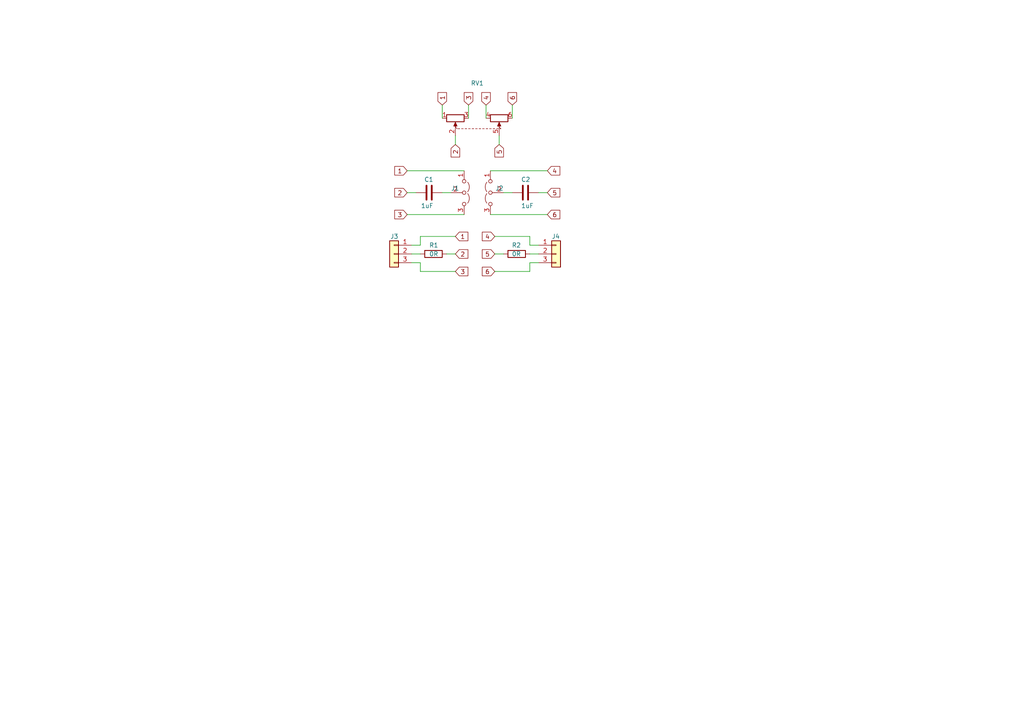
<source format=kicad_sch>
(kicad_sch (version 20230121) (generator eeschema)
  (paper "A4")
  (lib_symbols
    (symbol "Connector_Generic:Conn_01x03" (pin_names (offset 1.016) hide)
      (property "Reference" "J" (at 0 5.08 0))
      (property "Value" "Conn_01x03" (at 0 -5.08 0))
      (symbol "Conn_01x03_1_1"
        (rectangle (start -1.27 -2.413) (end 0 -2.667) (stroke (width 0.1524)))
        (rectangle (start -1.27 0.127) (end 0 -0.127) (stroke (width 0.1524)))
        (rectangle (start -1.27 2.667) (end 0 2.413) (stroke (width 0.1524)))
        (rectangle (start -1.27 3.81) (end 1.27 -3.81) (stroke (width 0.254)) (fill (type background)))
        (pin passive line (at -5.08 2.54 0) (length 3.81) (name "Pin_1") (number "1"))
        (pin passive line (at -5.08 0 0) (length 3.81) (name "Pin_2") (number "2"))
        (pin passive line (at -5.08 -2.54 0) (length 3.81) (name "Pin_3") (number "3"))
      )
    )
    (symbol "Device:C" (pin_numbers hide) (pin_names (offset 0.254))
      (property "Reference" "C" (at 0.635 2.54 0))
      (property "Value" "C" (at 0.635 -2.54 0))
      (symbol "C_0_1"
        (polyline (pts (xy -2.032 -0.762) (xy 2.032 -0.762)) (stroke (width 0.508)))
        (polyline (pts (xy -2.032 0.762) (xy 2.032 0.762)) (stroke (width 0.508)))
      )
      (symbol "C_1_1"
        (pin passive line (at 0 3.81 270) (length 2.794) (name "~") (number "1"))
        (pin passive line (at 0 -3.81 90) (length 2.794) (name "~") (number "2"))
      )
    )
    (symbol "Device:R" (pin_numbers hide) (pin_names (offset 0))
      (property "Reference" "R" (at 2.032 0 90))
      (property "Value" "R" (at 0 0 90))
      (symbol "R_0_1"
        (rectangle (start -1.016 -2.54) (end 1.016 2.54) (stroke (width 0.254)))
      )
      (symbol "R_1_1"
        (pin passive line (at 0 3.81 270) (length 1.27) (name "~") (number "1"))
        (pin passive line (at 0 -3.81 90) (length 1.27) (name "~") (number "2"))
      )
    )
    (symbol "Device:R_Potentiometer_Dual" (pin_names (offset 1.016) hide)
      (property "Reference" "RV" (at 0 3.81 0))
      (property "Value" "R_Potentiometer_Dual" (at 0 1.905 0))
      (symbol "R_Potentiometer_Dual_0_1"
        (rectangle (start -8.89 -1.524) (end -3.81 -3.556) (stroke (width 0.254)))
        (polyline (pts (xy -6.35 0) (xy -6.35 -1.016)))
        (polyline (pts (xy -6.35 0) (xy -6.35 -1.016)))
        (polyline (pts (xy -6.35 0) (xy -5.842 0.508)))
        (polyline (pts (xy -5.588 0.508) (xy -5.08 0.508)))
        (polyline (pts (xy -4.572 0.508) (xy -4.064 0.508)))
        (polyline (pts (xy -3.556 0.508) (xy -3.048 0.508)))
        (polyline (pts (xy -2.54 0.508) (xy -2.032 0.508)))
        (polyline (pts (xy -1.524 0.508) (xy -1.016 0.508)))
        (polyline (pts (xy -0.508 0.508) (xy 0 0.508)))
        (polyline (pts (xy 0.508 0.508) (xy 1.016 0.508)))
        (polyline (pts (xy 1.524 0.508) (xy 2.032 0.508)))
        (polyline (pts (xy 2.54 0.508) (xy 3.048 0.508)))
        (polyline (pts (xy 3.556 0.508) (xy 4.064 0.508)))
        (polyline (pts (xy 4.572 0.508) (xy 5.08 0.508)))
        (polyline (pts (xy 5.588 0.508) (xy 6.096 0.508)))
        (polyline (pts (xy 6.35 0) (xy 6.35 -1.016)))
        (polyline (pts (xy 6.35 0) (xy 6.35 -1.016)))
        (polyline (pts (xy 6.604 0.508) (xy 6.858 0.508) (xy 6.35 0)))
        (polyline (pts (xy -6.35 -1.397) (xy -6.858 -0.254) (xy -5.842 -0.254) (xy -6.35 -1.397)) (fill (type outline)))
        (polyline (pts (xy 6.35 -1.397) (xy 5.842 -0.254) (xy 6.858 -0.254) (xy 6.35 -1.397)) (fill (type outline)))
        (rectangle (start 3.81 -1.524) (end 8.89 -3.556) (stroke (width 0.254)))
      )
      (symbol "R_Potentiometer_Dual_1_1"
        (pin passive line (at -10.16 -2.54 0) (length 1.27) (name "1") (number "1"))
        (pin passive line (at -6.35 2.54 270) (length 2.54) (name "2") (number "2"))
        (pin passive line (at -2.54 -2.54 180) (length 1.27) (name "3") (number "3"))
        (pin passive line (at 2.54 -2.54 0) (length 1.27) (name "4") (number "4"))
        (pin passive line (at 6.35 2.54 270) (length 2.54) (name "5") (number "5"))
        (pin passive line (at 10.16 -2.54 180) (length 1.27) (name "6") (number "6"))
      )
    )
    (symbol "Jumper:Jumper_3_Open" (pin_names (offset 0) hide)
      (property "Reference" "JP" (at -2.54 -2.54 0))
      (property "Value" "Jumper_3_Open" (at 0 2.794 0))
      (symbol "Jumper_3_Open_0_0"
        (circle (center -3.302 0) (radius 0.508))
        (circle (center 0 0) (radius 0.508))
        (circle (center 3.302 0) (radius 0.508))
      )
      (symbol "Jumper_3_Open_0_1"
        (arc (start -0.254 1.016) (mid -1.651 1.4992) (end -3.048 1.016))
        (polyline (pts (xy 0 -0.508) (xy 0 -1.27)))
        (arc (start 3.048 1.016) (mid 1.651 1.4992) (end 0.254 1.016))
      )
      (symbol "Jumper_3_Open_1_1"
        (pin passive line (at -6.35 0 0) (length 2.54) (name "A") (number "1"))
        (pin passive line (at 0 -3.81 90) (length 2.54) (name "C") (number "2"))
        (pin passive line (at 6.35 0 180) (length 2.54) (name "B") (number "3"))
      )
    )
  )
  (wire (pts (xy 132.08 39.37) (xy 132.08 41.91)))
  (wire (pts (xy 153.67 68.58) (xy 153.67 71.12)))
  (wire (pts (xy 121.92 78.74) (xy 121.92 76.2)))
  (wire (pts (xy 153.67 73.66) (xy 156.21 73.66)))
  (wire (pts (xy 153.67 76.2) (xy 156.21 76.2)))
  (wire (pts (xy 135.89 30.48) (xy 135.89 34.29)))
  (wire (pts (xy 143.51 78.74) (xy 153.67 78.74)))
  (wire (pts (xy 153.67 71.12) (xy 156.21 71.12)))
  (wire (pts (xy 128.27 30.48) (xy 128.27 34.29)))
  (wire (pts (xy 121.92 68.58) (xy 121.92 71.12)))
  (wire (pts (xy 143.51 68.58) (xy 153.67 68.58)))
  (wire (pts (xy 121.92 71.12) (xy 119.38 71.12)))
  (wire (pts (xy 153.67 78.74) (xy 153.67 76.2)))
  (wire (pts (xy 121.92 73.66) (xy 119.38 73.66)))
  (wire (pts (xy 158.75 55.88) (xy 156.21 55.88)))
  (wire (pts (xy 143.51 73.66) (xy 146.05 73.66)))
  (wire (pts (xy 118.11 62.23) (xy 134.62 62.23)))
  (wire (pts (xy 121.92 76.2) (xy 119.38 76.2)))
  (wire (pts (xy 132.08 73.66) (xy 129.54 73.66)))
  (wire (pts (xy 132.08 68.58) (xy 121.92 68.58)))
  (wire (pts (xy 142.24 49.53) (xy 158.75 49.53)))
  (wire (pts (xy 146.05 55.88) (xy 148.59 55.88)))
  (wire (pts (xy 118.11 49.53) (xy 134.62 49.53)))
  (wire (pts (xy 128.27 55.88) (xy 130.81 55.88)))
  (wire (pts (xy 142.24 62.23) (xy 158.75 62.23)))
  (wire (pts (xy 132.08 78.74) (xy 121.92 78.74)))
  (wire (pts (xy 118.11 55.88) (xy 120.65 55.88)))
  (wire (pts (xy 140.97 30.48) (xy 140.97 34.29)))
  (wire (pts (xy 144.78 39.37) (xy 144.78 41.91)))
  (wire (pts (xy 148.59 30.48) (xy 148.59 34.29)))
  (global_label "2" (shape input) (at 132.08 73.66 0) (property "Intersheetrefs" "${INTERSHEET_REFS}" (effects hide)))
  (global_label "5" (shape input) (at 143.51 73.66 180) (property "Intersheetrefs" "${INTERSHEET_REFS}" (effects hide)))
  (global_label "6" (shape input) (at 148.59 30.48 90) (property "Intersheetrefs" "${INTERSHEET_REFS}" (effects hide)))
  (global_label "1" (shape input) (at 128.27 30.48 90) (property "Intersheetrefs" "${INTERSHEET_REFS}" (effects hide)))
  (global_label "4" (shape input) (at 140.97 30.48 90) (property "Intersheetrefs" "${INTERSHEET_REFS}" (effects hide)))
  (global_label "3" (shape input) (at 135.89 30.48 90) (property "Intersheetrefs" "${INTERSHEET_REFS}" (effects hide)))
  (global_label "5" (shape input) (at 158.75 55.88 0) (property "Intersheetrefs" "${INTERSHEET_REFS}" (effects hide)))
  (global_label "3" (shape input) (at 118.11 62.23 180) (property "Intersheetrefs" "${INTERSHEET_REFS}" (effects hide)))
  (global_label "6" (shape input) (at 143.51 78.74 180) (property "Intersheetrefs" "${INTERSHEET_REFS}" (effects hide)))
  (global_label "4" (shape input) (at 158.75 49.53 0) (property "Intersheetrefs" "${INTERSHEET_REFS}" (effects hide)))
  (global_label "5" (shape input) (at 144.78 41.91 270) (property "Intersheetrefs" "${INTERSHEET_REFS}" (effects hide)))
  (global_label "2" (shape input) (at 118.11 55.88 180) (property "Intersheetrefs" "${INTERSHEET_REFS}" (effects hide)))
  (global_label "6" (shape input) (at 158.75 62.23 0) (property "Intersheetrefs" "${INTERSHEET_REFS}" (effects hide)))
  (global_label "1" (shape input) (at 132.08 68.58 0) (property "Intersheetrefs" "${INTERSHEET_REFS}" (effects hide)))
  (global_label "4" (shape input) (at 143.51 68.58 180) (property "Intersheetrefs" "${INTERSHEET_REFS}" (effects hide)))
  (global_label "3" (shape input) (at 132.08 78.74 0) (property "Intersheetrefs" "${INTERSHEET_REFS}" (effects hide)))
  (global_label "1" (shape input) (at 118.11 49.53 180) (property "Intersheetrefs" "${INTERSHEET_REFS}" (effects hide)))
  (global_label "2" (shape input) (at 132.08 41.91 270) (property "Intersheetrefs" "${INTERSHEET_REFS}" (effects hide)))
  (symbol (lib_id "Device:R_Potentiometer_Dual") (at 138.43 36.83 0) (mirror x) (unit 1)
    (property "Reference" "RV1" (at 138.43 24.13 0))
    (property "Value" "R_Potentiometer_Dual" (effects hide))
    (property "Footprint" "Potentiometer_THT:Potentiometer_Alps_RK097_Dual_Horizontal" (effects hide))
  )
  (symbol (lib_id "Device:R") (at 125.73 73.66 270) (mirror x) (unit 1)
    (property "Reference" "R1" (at 124.46 71.12 90) (effects (justify left)))
    (property "Value" "0R" (at 124.46 73.66 90) (effects (justify left)))
    (property "Footprint" "Resistor_SMD:R_0805_2012Metric_Pad1.20x1.40mm_HandSolder" (effects hide))
  )
  (symbol (lib_id "Jumper:Jumper_3_Open") (at 142.24 55.88 90) (mirror x) (unit 1)
    (property "Reference" "J2" (at 146.05 54.61 90) (effects (justify left)))
    (property "Value" "Conn_01x03" (effects hide))
    (property "Footprint" "Library:PinHeader_1x03_P2.54mm_Vertical_no_silk" (effects hide))
  )
  (symbol (lib_id "Connector_Generic:Conn_01x03") (at 114.3 73.66 0) (mirror y) (unit 1)
    (property "Reference" "J3" (at 115.57 68.58 0) (effects (justify left)))
    (property "Value" "Conn_01x03" (effects hide))
    (property "Footprint" "Library:PinHeader_1x03_P2.54mm_Vertical_no_silk" (effects hide))
  )
  (symbol (lib_id "Jumper:Jumper_3_Open") (at 134.62 55.88 270) (unit 1)
    (property "Reference" "J1" (at 130.81 54.61 90) (effects (justify left)))
    (property "Value" "Conn_01x03" (effects hide))
    (property "Footprint" "Library:PinHeader_1x03_P2.54mm_Vertical_no_silk" (effects hide))
  )
  (symbol (lib_id "Device:R") (at 149.86 73.66 90) (unit 1)
    (property "Reference" "R2" (at 151.13 71.12 90) (effects (justify left)))
    (property "Value" "0R" (at 151.13 73.66 90) (effects (justify left)))
    (property "Footprint" "Resistor_SMD:R_0805_2012Metric_Pad1.20x1.40mm_HandSolder" (effects hide))
  )
  (symbol (lib_id "Connector_Generic:Conn_01x03") (at 161.29 73.66 0) (unit 1)
    (property "Reference" "J4" (at 160.02 68.58 0) (effects (justify left)))
    (property "Value" "Conn_01x03" (effects hide))
    (property "Footprint" "Library:PinHeader_1x03_P2.54mm_Vertical_no_silk" (effects hide))
  )
  (symbol (lib_id "Device:C") (at 152.4 55.88 270) (mirror x) (unit 1)
    (property "Reference" "C2" (at 151.13 52.07 90) (effects (justify left)))
    (property "Value" "1uF" (at 151.13 59.69 90) (effects (justify left)))
    (property "Footprint" "Capacitor_SMD:C_0805_2012Metric_Pad1.18x1.45mm_HandSolder" (effects hide))
  )
  (symbol (lib_id "Device:C") (at 124.46 55.88 90) (unit 1)
    (property "Reference" "C1" (at 125.73 52.07 90) (effects (justify left)))
    (property "Value" "1uF" (at 125.73 59.69 90) (effects (justify left)))
    (property "Footprint" "Capacitor_SMD:C_0805_2012Metric_Pad1.18x1.45mm_HandSolder" (effects hide))
  )
)
</source>
